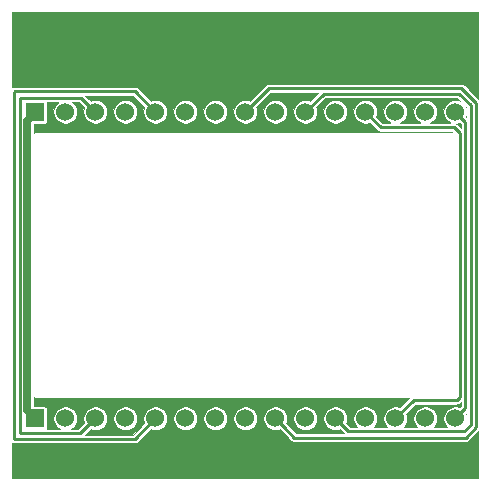
<source format=gbr>
%TF.GenerationSoftware,KiCad,Pcbnew,5.1.6*%
%TF.CreationDate,2020-09-08T10:01:19-04:00*%
%TF.ProjectId,placeholder,706c6163-6568-46f6-9c64-65722e6b6963,rev?*%
%TF.SameCoordinates,Original*%
%TF.FileFunction,Copper,L1,Top*%
%TF.FilePolarity,Positive*%
%FSLAX46Y46*%
G04 Gerber Fmt 4.6, Leading zero omitted, Abs format (unit mm)*
G04 Created by KiCad (PCBNEW 5.1.6) date 2020-09-08 10:01:19*
%MOMM*%
%LPD*%
G01*
G04 APERTURE LIST*
%TA.AperFunction,ComponentPad*%
%ADD10C,1.524000*%
%TD*%
%TA.AperFunction,ComponentPad*%
%ADD11R,1.524000X1.524000*%
%TD*%
%TA.AperFunction,Conductor*%
%ADD12C,0.254000*%
%TD*%
%TA.AperFunction,Conductor*%
%ADD13C,0.635000*%
%TD*%
%TA.AperFunction,NonConductor*%
%ADD14C,0.100000*%
%TD*%
G04 APERTURE END LIST*
D10*
%TO.P,J2,15*%
%TO.N,/EXT_INTO*%
X87780000Y-58750000D03*
%TO.P,J2,14*%
%TO.N,N/C*%
X85240000Y-58750000D03*
%TO.P,J2,13*%
%TO.N,/CS7*%
X82700000Y-58750000D03*
%TO.P,J2,12*%
%TO.N,/CS6*%
X80160000Y-58750000D03*
%TO.P,J2,11*%
%TO.N,/CS5*%
X77620000Y-58750000D03*
%TO.P,J2,10*%
%TO.N,/CS4*%
X75080000Y-58750000D03*
%TO.P,J2,9*%
%TO.N,/CS3*%
X72540000Y-58750000D03*
%TO.P,J2,8*%
%TO.N,/CS2*%
X70000000Y-58750000D03*
%TO.P,J2,7*%
%TO.N,/CS1*%
X67460000Y-58750000D03*
%TO.P,J2,6*%
%TO.N,/CIPO*%
X64920000Y-58750000D03*
%TO.P,J2,5*%
%TO.N,/COPI*%
X62380000Y-58750000D03*
%TO.P,J2,4*%
%TO.N,/SCK*%
X59840000Y-58750000D03*
%TO.P,J2,3*%
%TO.N,/RESET*%
X57300000Y-58750000D03*
%TO.P,J2,2*%
%TO.N,GND*%
X54760000Y-58750000D03*
D11*
%TO.P,J2,1*%
%TO.N,+5V*%
X52220000Y-58750000D03*
%TD*%
D10*
%TO.P,J1,15*%
%TO.N,/EXT_INTO*%
X87780000Y-84700000D03*
%TO.P,J1,14*%
%TO.N,/CS7*%
X85240000Y-84700000D03*
%TO.P,J1,13*%
%TO.N,/CS6*%
X82700000Y-84700000D03*
%TO.P,J1,12*%
%TO.N,/CS5*%
X80160000Y-84700000D03*
%TO.P,J1,11*%
%TO.N,/CS4*%
X77620000Y-84700000D03*
%TO.P,J1,10*%
%TO.N,/CS3*%
X75080000Y-84700000D03*
%TO.P,J1,9*%
%TO.N,/CS2*%
X72540000Y-84700000D03*
%TO.P,J1,8*%
%TO.N,/CS1*%
X70000000Y-84700000D03*
%TO.P,J1,7*%
%TO.N,N/C*%
X67460000Y-84700000D03*
%TO.P,J1,6*%
%TO.N,/CIPO*%
X64920000Y-84700000D03*
%TO.P,J1,5*%
%TO.N,/COPI*%
X62380000Y-84700000D03*
%TO.P,J1,4*%
%TO.N,/SCK*%
X59840000Y-84700000D03*
%TO.P,J1,3*%
%TO.N,/RESET*%
X57300000Y-84700000D03*
%TO.P,J1,2*%
%TO.N,GND*%
X54760000Y-84700000D03*
D11*
%TO.P,J1,1*%
%TO.N,+5V*%
X52220000Y-84700000D03*
%TD*%
D12*
%TO.N,/EXT_INTO*%
X88639968Y-83840032D02*
X87780000Y-84700000D01*
X88639968Y-59609968D02*
X88639968Y-83840032D01*
X87780000Y-58750000D02*
X88639968Y-59609968D01*
%TO.N,/CS6*%
X87639238Y-60050000D02*
X81460000Y-60050000D01*
X88152010Y-60562772D02*
X87639238Y-60050000D01*
X88152010Y-82887228D02*
X88152010Y-60562772D01*
X87887228Y-83152010D02*
X88152010Y-82887228D01*
X84247990Y-83152010D02*
X87887228Y-83152010D01*
X81460000Y-60050000D02*
X80160000Y-58750000D01*
X82700000Y-84700000D02*
X84247990Y-83152010D01*
%TO.N,/CS4*%
X78710000Y-85790000D02*
X77620000Y-84700000D01*
X88540000Y-85790000D02*
X78710000Y-85790000D01*
X89093979Y-85236021D02*
X88540000Y-85790000D01*
X89093979Y-58186047D02*
X89093979Y-85236021D01*
X88111943Y-57204011D02*
X89093979Y-58186047D01*
X76625989Y-57204011D02*
X88111943Y-57204011D01*
X75080000Y-58750000D02*
X76625989Y-57204011D01*
%TO.N,/CS2*%
X89547990Y-85432010D02*
X88660000Y-86320000D01*
X74160000Y-86320000D02*
X73301999Y-85461999D01*
X73301999Y-85461999D02*
X72540000Y-84700000D01*
X88660000Y-86320000D02*
X74160000Y-86320000D01*
X89547990Y-57997990D02*
X89547990Y-85432010D01*
X72000000Y-56750000D02*
X88300001Y-56750001D01*
X70000000Y-58750000D02*
X72000000Y-56750000D01*
X88300001Y-56750001D02*
X89547990Y-57997990D01*
%TO.N,/COPI*%
X50452011Y-86450000D02*
X60630000Y-86450000D01*
X60630000Y-86450000D02*
X62380000Y-84700000D01*
X50452011Y-57027989D02*
X50452011Y-86450000D01*
X50480000Y-57000000D02*
X50452011Y-57027989D01*
X60630000Y-57000000D02*
X50480000Y-57000000D01*
X62380000Y-58750000D02*
X60630000Y-57000000D01*
%TO.N,/RESET*%
X56020000Y-85980000D02*
X57300000Y-84700000D01*
X50922068Y-85980000D02*
X56020000Y-85980000D01*
X50906022Y-85963954D02*
X50922068Y-85980000D01*
X50906022Y-57586022D02*
X50906022Y-85963954D01*
X50932044Y-57560000D02*
X50906022Y-57586022D01*
X56110000Y-57560000D02*
X50932044Y-57560000D01*
X57300000Y-58750000D02*
X56110000Y-57560000D01*
D13*
%TO.N,+5V*%
X51550532Y-84030532D02*
X52220000Y-84700000D01*
X51550532Y-59549468D02*
X51550532Y-84030532D01*
X52220000Y-58880000D02*
X51550532Y-59549468D01*
X52220000Y-58750000D02*
X52220000Y-58880000D01*
%TD*%
D14*
G36*
X52146479Y-82929760D02*
G01*
X52194253Y-82955296D01*
X52246091Y-82971020D01*
X52300000Y-82976330D01*
X52313502Y-82975000D01*
X83891842Y-82975000D01*
X83097552Y-83769290D01*
X82995190Y-83726890D01*
X82799673Y-83688000D01*
X82600327Y-83688000D01*
X82404810Y-83726890D01*
X82220638Y-83803177D01*
X82054887Y-83913928D01*
X81913928Y-84054887D01*
X81803177Y-84220638D01*
X81726890Y-84404810D01*
X81688000Y-84600327D01*
X81688000Y-84799673D01*
X81726890Y-84995190D01*
X81803177Y-85179362D01*
X81913928Y-85345113D01*
X81981815Y-85413000D01*
X80878185Y-85413000D01*
X80946072Y-85345113D01*
X81056823Y-85179362D01*
X81133110Y-84995190D01*
X81172000Y-84799673D01*
X81172000Y-84600327D01*
X81133110Y-84404810D01*
X81056823Y-84220638D01*
X80946072Y-84054887D01*
X80805113Y-83913928D01*
X80639362Y-83803177D01*
X80455190Y-83726890D01*
X80259673Y-83688000D01*
X80060327Y-83688000D01*
X79864810Y-83726890D01*
X79680638Y-83803177D01*
X79514887Y-83913928D01*
X79373928Y-84054887D01*
X79263177Y-84220638D01*
X79186890Y-84404810D01*
X79148000Y-84600327D01*
X79148000Y-84799673D01*
X79186890Y-84995190D01*
X79263177Y-85179362D01*
X79373928Y-85345113D01*
X79441815Y-85413000D01*
X78866159Y-85413000D01*
X78550710Y-85097552D01*
X78593110Y-84995190D01*
X78632000Y-84799673D01*
X78632000Y-84600327D01*
X78593110Y-84404810D01*
X78516823Y-84220638D01*
X78406072Y-84054887D01*
X78265113Y-83913928D01*
X78099362Y-83803177D01*
X77915190Y-83726890D01*
X77719673Y-83688000D01*
X77520327Y-83688000D01*
X77324810Y-83726890D01*
X77140638Y-83803177D01*
X76974887Y-83913928D01*
X76833928Y-84054887D01*
X76723177Y-84220638D01*
X76646890Y-84404810D01*
X76608000Y-84600327D01*
X76608000Y-84799673D01*
X76646890Y-84995190D01*
X76723177Y-85179362D01*
X76833928Y-85345113D01*
X76974887Y-85486072D01*
X77140638Y-85596823D01*
X77324810Y-85673110D01*
X77520327Y-85712000D01*
X77719673Y-85712000D01*
X77915190Y-85673110D01*
X78017552Y-85630710D01*
X78329841Y-85943000D01*
X74316159Y-85943000D01*
X73555483Y-85182325D01*
X73470710Y-85097552D01*
X73513110Y-84995190D01*
X73552000Y-84799673D01*
X73552000Y-84600327D01*
X74068000Y-84600327D01*
X74068000Y-84799673D01*
X74106890Y-84995190D01*
X74183177Y-85179362D01*
X74293928Y-85345113D01*
X74434887Y-85486072D01*
X74600638Y-85596823D01*
X74784810Y-85673110D01*
X74980327Y-85712000D01*
X75179673Y-85712000D01*
X75375190Y-85673110D01*
X75559362Y-85596823D01*
X75725113Y-85486072D01*
X75866072Y-85345113D01*
X75976823Y-85179362D01*
X76053110Y-84995190D01*
X76092000Y-84799673D01*
X76092000Y-84600327D01*
X76053110Y-84404810D01*
X75976823Y-84220638D01*
X75866072Y-84054887D01*
X75725113Y-83913928D01*
X75559362Y-83803177D01*
X75375190Y-83726890D01*
X75179673Y-83688000D01*
X74980327Y-83688000D01*
X74784810Y-83726890D01*
X74600638Y-83803177D01*
X74434887Y-83913928D01*
X74293928Y-84054887D01*
X74183177Y-84220638D01*
X74106890Y-84404810D01*
X74068000Y-84600327D01*
X73552000Y-84600327D01*
X73513110Y-84404810D01*
X73436823Y-84220638D01*
X73326072Y-84054887D01*
X73185113Y-83913928D01*
X73019362Y-83803177D01*
X72835190Y-83726890D01*
X72639673Y-83688000D01*
X72440327Y-83688000D01*
X72244810Y-83726890D01*
X72060638Y-83803177D01*
X71894887Y-83913928D01*
X71753928Y-84054887D01*
X71643177Y-84220638D01*
X71566890Y-84404810D01*
X71528000Y-84600327D01*
X71528000Y-84799673D01*
X71566890Y-84995190D01*
X71643177Y-85179362D01*
X71753928Y-85345113D01*
X71894887Y-85486072D01*
X72060638Y-85596823D01*
X72244810Y-85673110D01*
X72440327Y-85712000D01*
X72639673Y-85712000D01*
X72835190Y-85673110D01*
X72937552Y-85630710D01*
X73022325Y-85715483D01*
X73880328Y-86573487D01*
X73892131Y-86587869D01*
X73949537Y-86634981D01*
X73997210Y-86660463D01*
X74015030Y-86669988D01*
X74086094Y-86691545D01*
X74160000Y-86698824D01*
X74178519Y-86697000D01*
X88641488Y-86697000D01*
X88660000Y-86698823D01*
X88678512Y-86697000D01*
X88678519Y-86697000D01*
X88733905Y-86691545D01*
X88804970Y-86669988D01*
X88870463Y-86634981D01*
X88927869Y-86587869D01*
X88939677Y-86573481D01*
X89725001Y-85788157D01*
X89725001Y-89725000D01*
X50275000Y-89725000D01*
X50275000Y-86782862D01*
X50307041Y-86799988D01*
X50378106Y-86821545D01*
X50433492Y-86827000D01*
X50452011Y-86828824D01*
X50470530Y-86827000D01*
X60611488Y-86827000D01*
X60630000Y-86828823D01*
X60648512Y-86827000D01*
X60648519Y-86827000D01*
X60703905Y-86821545D01*
X60774970Y-86799988D01*
X60840463Y-86764981D01*
X60897869Y-86717869D01*
X60909677Y-86703481D01*
X61982448Y-85630710D01*
X62084810Y-85673110D01*
X62280327Y-85712000D01*
X62479673Y-85712000D01*
X62675190Y-85673110D01*
X62859362Y-85596823D01*
X63025113Y-85486072D01*
X63166072Y-85345113D01*
X63276823Y-85179362D01*
X63353110Y-84995190D01*
X63392000Y-84799673D01*
X63392000Y-84600327D01*
X63908000Y-84600327D01*
X63908000Y-84799673D01*
X63946890Y-84995190D01*
X64023177Y-85179362D01*
X64133928Y-85345113D01*
X64274887Y-85486072D01*
X64440638Y-85596823D01*
X64624810Y-85673110D01*
X64820327Y-85712000D01*
X65019673Y-85712000D01*
X65215190Y-85673110D01*
X65399362Y-85596823D01*
X65565113Y-85486072D01*
X65706072Y-85345113D01*
X65816823Y-85179362D01*
X65893110Y-84995190D01*
X65932000Y-84799673D01*
X65932000Y-84600327D01*
X66448000Y-84600327D01*
X66448000Y-84799673D01*
X66486890Y-84995190D01*
X66563177Y-85179362D01*
X66673928Y-85345113D01*
X66814887Y-85486072D01*
X66980638Y-85596823D01*
X67164810Y-85673110D01*
X67360327Y-85712000D01*
X67559673Y-85712000D01*
X67755190Y-85673110D01*
X67939362Y-85596823D01*
X68105113Y-85486072D01*
X68246072Y-85345113D01*
X68356823Y-85179362D01*
X68433110Y-84995190D01*
X68472000Y-84799673D01*
X68472000Y-84600327D01*
X68988000Y-84600327D01*
X68988000Y-84799673D01*
X69026890Y-84995190D01*
X69103177Y-85179362D01*
X69213928Y-85345113D01*
X69354887Y-85486072D01*
X69520638Y-85596823D01*
X69704810Y-85673110D01*
X69900327Y-85712000D01*
X70099673Y-85712000D01*
X70295190Y-85673110D01*
X70479362Y-85596823D01*
X70645113Y-85486072D01*
X70786072Y-85345113D01*
X70896823Y-85179362D01*
X70973110Y-84995190D01*
X71012000Y-84799673D01*
X71012000Y-84600327D01*
X70973110Y-84404810D01*
X70896823Y-84220638D01*
X70786072Y-84054887D01*
X70645113Y-83913928D01*
X70479362Y-83803177D01*
X70295190Y-83726890D01*
X70099673Y-83688000D01*
X69900327Y-83688000D01*
X69704810Y-83726890D01*
X69520638Y-83803177D01*
X69354887Y-83913928D01*
X69213928Y-84054887D01*
X69103177Y-84220638D01*
X69026890Y-84404810D01*
X68988000Y-84600327D01*
X68472000Y-84600327D01*
X68433110Y-84404810D01*
X68356823Y-84220638D01*
X68246072Y-84054887D01*
X68105113Y-83913928D01*
X67939362Y-83803177D01*
X67755190Y-83726890D01*
X67559673Y-83688000D01*
X67360327Y-83688000D01*
X67164810Y-83726890D01*
X66980638Y-83803177D01*
X66814887Y-83913928D01*
X66673928Y-84054887D01*
X66563177Y-84220638D01*
X66486890Y-84404810D01*
X66448000Y-84600327D01*
X65932000Y-84600327D01*
X65893110Y-84404810D01*
X65816823Y-84220638D01*
X65706072Y-84054887D01*
X65565113Y-83913928D01*
X65399362Y-83803177D01*
X65215190Y-83726890D01*
X65019673Y-83688000D01*
X64820327Y-83688000D01*
X64624810Y-83726890D01*
X64440638Y-83803177D01*
X64274887Y-83913928D01*
X64133928Y-84054887D01*
X64023177Y-84220638D01*
X63946890Y-84404810D01*
X63908000Y-84600327D01*
X63392000Y-84600327D01*
X63353110Y-84404810D01*
X63276823Y-84220638D01*
X63166072Y-84054887D01*
X63025113Y-83913928D01*
X62859362Y-83803177D01*
X62675190Y-83726890D01*
X62479673Y-83688000D01*
X62280327Y-83688000D01*
X62084810Y-83726890D01*
X61900638Y-83803177D01*
X61734887Y-83913928D01*
X61593928Y-84054887D01*
X61483177Y-84220638D01*
X61406890Y-84404810D01*
X61368000Y-84600327D01*
X61368000Y-84799673D01*
X61406890Y-84995190D01*
X61449290Y-85097552D01*
X60473842Y-86073000D01*
X56460158Y-86073000D01*
X56902448Y-85630710D01*
X57004810Y-85673110D01*
X57200327Y-85712000D01*
X57399673Y-85712000D01*
X57595190Y-85673110D01*
X57779362Y-85596823D01*
X57945113Y-85486072D01*
X58086072Y-85345113D01*
X58196823Y-85179362D01*
X58273110Y-84995190D01*
X58312000Y-84799673D01*
X58312000Y-84600327D01*
X58828000Y-84600327D01*
X58828000Y-84799673D01*
X58866890Y-84995190D01*
X58943177Y-85179362D01*
X59053928Y-85345113D01*
X59194887Y-85486072D01*
X59360638Y-85596823D01*
X59544810Y-85673110D01*
X59740327Y-85712000D01*
X59939673Y-85712000D01*
X60135190Y-85673110D01*
X60319362Y-85596823D01*
X60485113Y-85486072D01*
X60626072Y-85345113D01*
X60736823Y-85179362D01*
X60813110Y-84995190D01*
X60852000Y-84799673D01*
X60852000Y-84600327D01*
X60813110Y-84404810D01*
X60736823Y-84220638D01*
X60626072Y-84054887D01*
X60485113Y-83913928D01*
X60319362Y-83803177D01*
X60135190Y-83726890D01*
X59939673Y-83688000D01*
X59740327Y-83688000D01*
X59544810Y-83726890D01*
X59360638Y-83803177D01*
X59194887Y-83913928D01*
X59053928Y-84054887D01*
X58943177Y-84220638D01*
X58866890Y-84404810D01*
X58828000Y-84600327D01*
X58312000Y-84600327D01*
X58273110Y-84404810D01*
X58196823Y-84220638D01*
X58086072Y-84054887D01*
X57945113Y-83913928D01*
X57779362Y-83803177D01*
X57595190Y-83726890D01*
X57399673Y-83688000D01*
X57200327Y-83688000D01*
X57004810Y-83726890D01*
X56820638Y-83803177D01*
X56654887Y-83913928D01*
X56513928Y-84054887D01*
X56403177Y-84220638D01*
X56326890Y-84404810D01*
X56288000Y-84600327D01*
X56288000Y-84799673D01*
X56326890Y-84995190D01*
X56369290Y-85097552D01*
X55863842Y-85603000D01*
X55224449Y-85603000D01*
X55239362Y-85596823D01*
X55405113Y-85486072D01*
X55546072Y-85345113D01*
X55656823Y-85179362D01*
X55733110Y-84995190D01*
X55772000Y-84799673D01*
X55772000Y-84600327D01*
X55733110Y-84404810D01*
X55656823Y-84220638D01*
X55546072Y-84054887D01*
X55405113Y-83913928D01*
X55239362Y-83803177D01*
X55055190Y-83726890D01*
X54859673Y-83688000D01*
X54660327Y-83688000D01*
X54464810Y-83726890D01*
X54280638Y-83803177D01*
X54114887Y-83913928D01*
X53973928Y-84054887D01*
X53863177Y-84220638D01*
X53786890Y-84404810D01*
X53748000Y-84600327D01*
X53748000Y-84799673D01*
X53786890Y-84995190D01*
X53863177Y-85179362D01*
X53973928Y-85345113D01*
X54114887Y-85486072D01*
X54280638Y-85596823D01*
X54295551Y-85603000D01*
X53189695Y-85603000D01*
X53190873Y-85601564D01*
X53214087Y-85558134D01*
X53228382Y-85511008D01*
X53233209Y-85462000D01*
X53233209Y-83938000D01*
X53228382Y-83888992D01*
X53214087Y-83841866D01*
X53190873Y-83798436D01*
X53159632Y-83760368D01*
X53121564Y-83729127D01*
X53078134Y-83705913D01*
X53031008Y-83691618D01*
X52982000Y-83686791D01*
X52118032Y-83686791D01*
X52118032Y-82906414D01*
X52146479Y-82929760D01*
G37*
X52146479Y-82929760D02*
X52194253Y-82955296D01*
X52246091Y-82971020D01*
X52300000Y-82976330D01*
X52313502Y-82975000D01*
X83891842Y-82975000D01*
X83097552Y-83769290D01*
X82995190Y-83726890D01*
X82799673Y-83688000D01*
X82600327Y-83688000D01*
X82404810Y-83726890D01*
X82220638Y-83803177D01*
X82054887Y-83913928D01*
X81913928Y-84054887D01*
X81803177Y-84220638D01*
X81726890Y-84404810D01*
X81688000Y-84600327D01*
X81688000Y-84799673D01*
X81726890Y-84995190D01*
X81803177Y-85179362D01*
X81913928Y-85345113D01*
X81981815Y-85413000D01*
X80878185Y-85413000D01*
X80946072Y-85345113D01*
X81056823Y-85179362D01*
X81133110Y-84995190D01*
X81172000Y-84799673D01*
X81172000Y-84600327D01*
X81133110Y-84404810D01*
X81056823Y-84220638D01*
X80946072Y-84054887D01*
X80805113Y-83913928D01*
X80639362Y-83803177D01*
X80455190Y-83726890D01*
X80259673Y-83688000D01*
X80060327Y-83688000D01*
X79864810Y-83726890D01*
X79680638Y-83803177D01*
X79514887Y-83913928D01*
X79373928Y-84054887D01*
X79263177Y-84220638D01*
X79186890Y-84404810D01*
X79148000Y-84600327D01*
X79148000Y-84799673D01*
X79186890Y-84995190D01*
X79263177Y-85179362D01*
X79373928Y-85345113D01*
X79441815Y-85413000D01*
X78866159Y-85413000D01*
X78550710Y-85097552D01*
X78593110Y-84995190D01*
X78632000Y-84799673D01*
X78632000Y-84600327D01*
X78593110Y-84404810D01*
X78516823Y-84220638D01*
X78406072Y-84054887D01*
X78265113Y-83913928D01*
X78099362Y-83803177D01*
X77915190Y-83726890D01*
X77719673Y-83688000D01*
X77520327Y-83688000D01*
X77324810Y-83726890D01*
X77140638Y-83803177D01*
X76974887Y-83913928D01*
X76833928Y-84054887D01*
X76723177Y-84220638D01*
X76646890Y-84404810D01*
X76608000Y-84600327D01*
X76608000Y-84799673D01*
X76646890Y-84995190D01*
X76723177Y-85179362D01*
X76833928Y-85345113D01*
X76974887Y-85486072D01*
X77140638Y-85596823D01*
X77324810Y-85673110D01*
X77520327Y-85712000D01*
X77719673Y-85712000D01*
X77915190Y-85673110D01*
X78017552Y-85630710D01*
X78329841Y-85943000D01*
X74316159Y-85943000D01*
X73555483Y-85182325D01*
X73470710Y-85097552D01*
X73513110Y-84995190D01*
X73552000Y-84799673D01*
X73552000Y-84600327D01*
X74068000Y-84600327D01*
X74068000Y-84799673D01*
X74106890Y-84995190D01*
X74183177Y-85179362D01*
X74293928Y-85345113D01*
X74434887Y-85486072D01*
X74600638Y-85596823D01*
X74784810Y-85673110D01*
X74980327Y-85712000D01*
X75179673Y-85712000D01*
X75375190Y-85673110D01*
X75559362Y-85596823D01*
X75725113Y-85486072D01*
X75866072Y-85345113D01*
X75976823Y-85179362D01*
X76053110Y-84995190D01*
X76092000Y-84799673D01*
X76092000Y-84600327D01*
X76053110Y-84404810D01*
X75976823Y-84220638D01*
X75866072Y-84054887D01*
X75725113Y-83913928D01*
X75559362Y-83803177D01*
X75375190Y-83726890D01*
X75179673Y-83688000D01*
X74980327Y-83688000D01*
X74784810Y-83726890D01*
X74600638Y-83803177D01*
X74434887Y-83913928D01*
X74293928Y-84054887D01*
X74183177Y-84220638D01*
X74106890Y-84404810D01*
X74068000Y-84600327D01*
X73552000Y-84600327D01*
X73513110Y-84404810D01*
X73436823Y-84220638D01*
X73326072Y-84054887D01*
X73185113Y-83913928D01*
X73019362Y-83803177D01*
X72835190Y-83726890D01*
X72639673Y-83688000D01*
X72440327Y-83688000D01*
X72244810Y-83726890D01*
X72060638Y-83803177D01*
X71894887Y-83913928D01*
X71753928Y-84054887D01*
X71643177Y-84220638D01*
X71566890Y-84404810D01*
X71528000Y-84600327D01*
X71528000Y-84799673D01*
X71566890Y-84995190D01*
X71643177Y-85179362D01*
X71753928Y-85345113D01*
X71894887Y-85486072D01*
X72060638Y-85596823D01*
X72244810Y-85673110D01*
X72440327Y-85712000D01*
X72639673Y-85712000D01*
X72835190Y-85673110D01*
X72937552Y-85630710D01*
X73022325Y-85715483D01*
X73880328Y-86573487D01*
X73892131Y-86587869D01*
X73949537Y-86634981D01*
X73997210Y-86660463D01*
X74015030Y-86669988D01*
X74086094Y-86691545D01*
X74160000Y-86698824D01*
X74178519Y-86697000D01*
X88641488Y-86697000D01*
X88660000Y-86698823D01*
X88678512Y-86697000D01*
X88678519Y-86697000D01*
X88733905Y-86691545D01*
X88804970Y-86669988D01*
X88870463Y-86634981D01*
X88927869Y-86587869D01*
X88939677Y-86573481D01*
X89725001Y-85788157D01*
X89725001Y-89725000D01*
X50275000Y-89725000D01*
X50275000Y-86782862D01*
X50307041Y-86799988D01*
X50378106Y-86821545D01*
X50433492Y-86827000D01*
X50452011Y-86828824D01*
X50470530Y-86827000D01*
X60611488Y-86827000D01*
X60630000Y-86828823D01*
X60648512Y-86827000D01*
X60648519Y-86827000D01*
X60703905Y-86821545D01*
X60774970Y-86799988D01*
X60840463Y-86764981D01*
X60897869Y-86717869D01*
X60909677Y-86703481D01*
X61982448Y-85630710D01*
X62084810Y-85673110D01*
X62280327Y-85712000D01*
X62479673Y-85712000D01*
X62675190Y-85673110D01*
X62859362Y-85596823D01*
X63025113Y-85486072D01*
X63166072Y-85345113D01*
X63276823Y-85179362D01*
X63353110Y-84995190D01*
X63392000Y-84799673D01*
X63392000Y-84600327D01*
X63908000Y-84600327D01*
X63908000Y-84799673D01*
X63946890Y-84995190D01*
X64023177Y-85179362D01*
X64133928Y-85345113D01*
X64274887Y-85486072D01*
X64440638Y-85596823D01*
X64624810Y-85673110D01*
X64820327Y-85712000D01*
X65019673Y-85712000D01*
X65215190Y-85673110D01*
X65399362Y-85596823D01*
X65565113Y-85486072D01*
X65706072Y-85345113D01*
X65816823Y-85179362D01*
X65893110Y-84995190D01*
X65932000Y-84799673D01*
X65932000Y-84600327D01*
X66448000Y-84600327D01*
X66448000Y-84799673D01*
X66486890Y-84995190D01*
X66563177Y-85179362D01*
X66673928Y-85345113D01*
X66814887Y-85486072D01*
X66980638Y-85596823D01*
X67164810Y-85673110D01*
X67360327Y-85712000D01*
X67559673Y-85712000D01*
X67755190Y-85673110D01*
X67939362Y-85596823D01*
X68105113Y-85486072D01*
X68246072Y-85345113D01*
X68356823Y-85179362D01*
X68433110Y-84995190D01*
X68472000Y-84799673D01*
X68472000Y-84600327D01*
X68988000Y-84600327D01*
X68988000Y-84799673D01*
X69026890Y-84995190D01*
X69103177Y-85179362D01*
X69213928Y-85345113D01*
X69354887Y-85486072D01*
X69520638Y-85596823D01*
X69704810Y-85673110D01*
X69900327Y-85712000D01*
X70099673Y-85712000D01*
X70295190Y-85673110D01*
X70479362Y-85596823D01*
X70645113Y-85486072D01*
X70786072Y-85345113D01*
X70896823Y-85179362D01*
X70973110Y-84995190D01*
X71012000Y-84799673D01*
X71012000Y-84600327D01*
X70973110Y-84404810D01*
X70896823Y-84220638D01*
X70786072Y-84054887D01*
X70645113Y-83913928D01*
X70479362Y-83803177D01*
X70295190Y-83726890D01*
X70099673Y-83688000D01*
X69900327Y-83688000D01*
X69704810Y-83726890D01*
X69520638Y-83803177D01*
X69354887Y-83913928D01*
X69213928Y-84054887D01*
X69103177Y-84220638D01*
X69026890Y-84404810D01*
X68988000Y-84600327D01*
X68472000Y-84600327D01*
X68433110Y-84404810D01*
X68356823Y-84220638D01*
X68246072Y-84054887D01*
X68105113Y-83913928D01*
X67939362Y-83803177D01*
X67755190Y-83726890D01*
X67559673Y-83688000D01*
X67360327Y-83688000D01*
X67164810Y-83726890D01*
X66980638Y-83803177D01*
X66814887Y-83913928D01*
X66673928Y-84054887D01*
X66563177Y-84220638D01*
X66486890Y-84404810D01*
X66448000Y-84600327D01*
X65932000Y-84600327D01*
X65893110Y-84404810D01*
X65816823Y-84220638D01*
X65706072Y-84054887D01*
X65565113Y-83913928D01*
X65399362Y-83803177D01*
X65215190Y-83726890D01*
X65019673Y-83688000D01*
X64820327Y-83688000D01*
X64624810Y-83726890D01*
X64440638Y-83803177D01*
X64274887Y-83913928D01*
X64133928Y-84054887D01*
X64023177Y-84220638D01*
X63946890Y-84404810D01*
X63908000Y-84600327D01*
X63392000Y-84600327D01*
X63353110Y-84404810D01*
X63276823Y-84220638D01*
X63166072Y-84054887D01*
X63025113Y-83913928D01*
X62859362Y-83803177D01*
X62675190Y-83726890D01*
X62479673Y-83688000D01*
X62280327Y-83688000D01*
X62084810Y-83726890D01*
X61900638Y-83803177D01*
X61734887Y-83913928D01*
X61593928Y-84054887D01*
X61483177Y-84220638D01*
X61406890Y-84404810D01*
X61368000Y-84600327D01*
X61368000Y-84799673D01*
X61406890Y-84995190D01*
X61449290Y-85097552D01*
X60473842Y-86073000D01*
X56460158Y-86073000D01*
X56902448Y-85630710D01*
X57004810Y-85673110D01*
X57200327Y-85712000D01*
X57399673Y-85712000D01*
X57595190Y-85673110D01*
X57779362Y-85596823D01*
X57945113Y-85486072D01*
X58086072Y-85345113D01*
X58196823Y-85179362D01*
X58273110Y-84995190D01*
X58312000Y-84799673D01*
X58312000Y-84600327D01*
X58828000Y-84600327D01*
X58828000Y-84799673D01*
X58866890Y-84995190D01*
X58943177Y-85179362D01*
X59053928Y-85345113D01*
X59194887Y-85486072D01*
X59360638Y-85596823D01*
X59544810Y-85673110D01*
X59740327Y-85712000D01*
X59939673Y-85712000D01*
X60135190Y-85673110D01*
X60319362Y-85596823D01*
X60485113Y-85486072D01*
X60626072Y-85345113D01*
X60736823Y-85179362D01*
X60813110Y-84995190D01*
X60852000Y-84799673D01*
X60852000Y-84600327D01*
X60813110Y-84404810D01*
X60736823Y-84220638D01*
X60626072Y-84054887D01*
X60485113Y-83913928D01*
X60319362Y-83803177D01*
X60135190Y-83726890D01*
X59939673Y-83688000D01*
X59740327Y-83688000D01*
X59544810Y-83726890D01*
X59360638Y-83803177D01*
X59194887Y-83913928D01*
X59053928Y-84054887D01*
X58943177Y-84220638D01*
X58866890Y-84404810D01*
X58828000Y-84600327D01*
X58312000Y-84600327D01*
X58273110Y-84404810D01*
X58196823Y-84220638D01*
X58086072Y-84054887D01*
X57945113Y-83913928D01*
X57779362Y-83803177D01*
X57595190Y-83726890D01*
X57399673Y-83688000D01*
X57200327Y-83688000D01*
X57004810Y-83726890D01*
X56820638Y-83803177D01*
X56654887Y-83913928D01*
X56513928Y-84054887D01*
X56403177Y-84220638D01*
X56326890Y-84404810D01*
X56288000Y-84600327D01*
X56288000Y-84799673D01*
X56326890Y-84995190D01*
X56369290Y-85097552D01*
X55863842Y-85603000D01*
X55224449Y-85603000D01*
X55239362Y-85596823D01*
X55405113Y-85486072D01*
X55546072Y-85345113D01*
X55656823Y-85179362D01*
X55733110Y-84995190D01*
X55772000Y-84799673D01*
X55772000Y-84600327D01*
X55733110Y-84404810D01*
X55656823Y-84220638D01*
X55546072Y-84054887D01*
X55405113Y-83913928D01*
X55239362Y-83803177D01*
X55055190Y-83726890D01*
X54859673Y-83688000D01*
X54660327Y-83688000D01*
X54464810Y-83726890D01*
X54280638Y-83803177D01*
X54114887Y-83913928D01*
X53973928Y-84054887D01*
X53863177Y-84220638D01*
X53786890Y-84404810D01*
X53748000Y-84600327D01*
X53748000Y-84799673D01*
X53786890Y-84995190D01*
X53863177Y-85179362D01*
X53973928Y-85345113D01*
X54114887Y-85486072D01*
X54280638Y-85596823D01*
X54295551Y-85603000D01*
X53189695Y-85603000D01*
X53190873Y-85601564D01*
X53214087Y-85558134D01*
X53228382Y-85511008D01*
X53233209Y-85462000D01*
X53233209Y-83938000D01*
X53228382Y-83888992D01*
X53214087Y-83841866D01*
X53190873Y-83798436D01*
X53159632Y-83760368D01*
X53121564Y-83729127D01*
X53078134Y-83705913D01*
X53031008Y-83691618D01*
X52982000Y-83686791D01*
X52118032Y-83686791D01*
X52118032Y-82906414D01*
X52146479Y-82929760D01*
G36*
X88262969Y-83683873D02*
G01*
X88177552Y-83769290D01*
X88075190Y-83726890D01*
X87879673Y-83688000D01*
X87680327Y-83688000D01*
X87484810Y-83726890D01*
X87300638Y-83803177D01*
X87134887Y-83913928D01*
X86993928Y-84054887D01*
X86883177Y-84220638D01*
X86806890Y-84404810D01*
X86768000Y-84600327D01*
X86768000Y-84799673D01*
X86806890Y-84995190D01*
X86883177Y-85179362D01*
X86993928Y-85345113D01*
X87061815Y-85413000D01*
X85958185Y-85413000D01*
X86026072Y-85345113D01*
X86136823Y-85179362D01*
X86213110Y-84995190D01*
X86252000Y-84799673D01*
X86252000Y-84600327D01*
X86213110Y-84404810D01*
X86136823Y-84220638D01*
X86026072Y-84054887D01*
X85885113Y-83913928D01*
X85719362Y-83803177D01*
X85535190Y-83726890D01*
X85339673Y-83688000D01*
X85140327Y-83688000D01*
X84944810Y-83726890D01*
X84760638Y-83803177D01*
X84594887Y-83913928D01*
X84453928Y-84054887D01*
X84343177Y-84220638D01*
X84266890Y-84404810D01*
X84228000Y-84600327D01*
X84228000Y-84799673D01*
X84266890Y-84995190D01*
X84343177Y-85179362D01*
X84453928Y-85345113D01*
X84521815Y-85413000D01*
X83418185Y-85413000D01*
X83486072Y-85345113D01*
X83596823Y-85179362D01*
X83673110Y-84995190D01*
X83712000Y-84799673D01*
X83712000Y-84600327D01*
X83673110Y-84404810D01*
X83630710Y-84302448D01*
X84404148Y-83529010D01*
X87868716Y-83529010D01*
X87887228Y-83530833D01*
X87905740Y-83529010D01*
X87905747Y-83529010D01*
X87961133Y-83523555D01*
X88032198Y-83501998D01*
X88097691Y-83466991D01*
X88155097Y-83419879D01*
X88166905Y-83405491D01*
X88262969Y-83309427D01*
X88262969Y-83683873D01*
G37*
X88262969Y-83683873D02*
X88177552Y-83769290D01*
X88075190Y-83726890D01*
X87879673Y-83688000D01*
X87680327Y-83688000D01*
X87484810Y-83726890D01*
X87300638Y-83803177D01*
X87134887Y-83913928D01*
X86993928Y-84054887D01*
X86883177Y-84220638D01*
X86806890Y-84404810D01*
X86768000Y-84600327D01*
X86768000Y-84799673D01*
X86806890Y-84995190D01*
X86883177Y-85179362D01*
X86993928Y-85345113D01*
X87061815Y-85413000D01*
X85958185Y-85413000D01*
X86026072Y-85345113D01*
X86136823Y-85179362D01*
X86213110Y-84995190D01*
X86252000Y-84799673D01*
X86252000Y-84600327D01*
X86213110Y-84404810D01*
X86136823Y-84220638D01*
X86026072Y-84054887D01*
X85885113Y-83913928D01*
X85719362Y-83803177D01*
X85535190Y-83726890D01*
X85339673Y-83688000D01*
X85140327Y-83688000D01*
X84944810Y-83726890D01*
X84760638Y-83803177D01*
X84594887Y-83913928D01*
X84453928Y-84054887D01*
X84343177Y-84220638D01*
X84266890Y-84404810D01*
X84228000Y-84600327D01*
X84228000Y-84799673D01*
X84266890Y-84995190D01*
X84343177Y-85179362D01*
X84453928Y-85345113D01*
X84521815Y-85413000D01*
X83418185Y-85413000D01*
X83486072Y-85345113D01*
X83596823Y-85179362D01*
X83673110Y-84995190D01*
X83712000Y-84799673D01*
X83712000Y-84600327D01*
X83673110Y-84404810D01*
X83630710Y-84302448D01*
X84404148Y-83529010D01*
X87868716Y-83529010D01*
X87887228Y-83530833D01*
X87905740Y-83529010D01*
X87905747Y-83529010D01*
X87961133Y-83523555D01*
X88032198Y-83501998D01*
X88097691Y-83466991D01*
X88155097Y-83419879D01*
X88166905Y-83405491D01*
X88262969Y-83309427D01*
X88262969Y-83683873D01*
G36*
X88716980Y-84317585D02*
G01*
X88710710Y-84302448D01*
X88716980Y-84296178D01*
X88716980Y-84317585D01*
G37*
X88716980Y-84317585D02*
X88710710Y-84302448D01*
X88716980Y-84296178D01*
X88716980Y-84317585D01*
G36*
X89725000Y-57641841D02*
G01*
X88579673Y-56496515D01*
X88567870Y-56482133D01*
X88553488Y-56470330D01*
X88553485Y-56470327D01*
X88510464Y-56435021D01*
X88444970Y-56400013D01*
X88373906Y-56378456D01*
X88300001Y-56371178D01*
X88281479Y-56373002D01*
X72018509Y-56373000D01*
X71999999Y-56371177D01*
X71981490Y-56373000D01*
X71981482Y-56373000D01*
X71926096Y-56378455D01*
X71885973Y-56390626D01*
X71855030Y-56400012D01*
X71789536Y-56435020D01*
X71746515Y-56470326D01*
X71746509Y-56470332D01*
X71732132Y-56482131D01*
X71720333Y-56496508D01*
X70397552Y-57819290D01*
X70295190Y-57776890D01*
X70099673Y-57738000D01*
X69900327Y-57738000D01*
X69704810Y-57776890D01*
X69520638Y-57853177D01*
X69354887Y-57963928D01*
X69213928Y-58104887D01*
X69103177Y-58270638D01*
X69026890Y-58454810D01*
X68988000Y-58650327D01*
X68988000Y-58849673D01*
X69026890Y-59045190D01*
X69103177Y-59229362D01*
X69213928Y-59395113D01*
X69354887Y-59536072D01*
X69520638Y-59646823D01*
X69704810Y-59723110D01*
X69900327Y-59762000D01*
X70099673Y-59762000D01*
X70295190Y-59723110D01*
X70479362Y-59646823D01*
X70645113Y-59536072D01*
X70786072Y-59395113D01*
X70896823Y-59229362D01*
X70973110Y-59045190D01*
X71012000Y-58849673D01*
X71012000Y-58650327D01*
X71528000Y-58650327D01*
X71528000Y-58849673D01*
X71566890Y-59045190D01*
X71643177Y-59229362D01*
X71753928Y-59395113D01*
X71894887Y-59536072D01*
X72060638Y-59646823D01*
X72244810Y-59723110D01*
X72440327Y-59762000D01*
X72639673Y-59762000D01*
X72835190Y-59723110D01*
X73019362Y-59646823D01*
X73185113Y-59536072D01*
X73326072Y-59395113D01*
X73436823Y-59229362D01*
X73513110Y-59045190D01*
X73552000Y-58849673D01*
X73552000Y-58650327D01*
X73513110Y-58454810D01*
X73436823Y-58270638D01*
X73326072Y-58104887D01*
X73185113Y-57963928D01*
X73019362Y-57853177D01*
X72835190Y-57776890D01*
X72639673Y-57738000D01*
X72440327Y-57738000D01*
X72244810Y-57776890D01*
X72060638Y-57853177D01*
X71894887Y-57963928D01*
X71753928Y-58104887D01*
X71643177Y-58270638D01*
X71566890Y-58454810D01*
X71528000Y-58650327D01*
X71012000Y-58650327D01*
X70973110Y-58454810D01*
X70930710Y-58352448D01*
X72156160Y-57126999D01*
X76169842Y-57127000D01*
X75477552Y-57819290D01*
X75375190Y-57776890D01*
X75179673Y-57738000D01*
X74980327Y-57738000D01*
X74784810Y-57776890D01*
X74600638Y-57853177D01*
X74434887Y-57963928D01*
X74293928Y-58104887D01*
X74183177Y-58270638D01*
X74106890Y-58454810D01*
X74068000Y-58650327D01*
X74068000Y-58849673D01*
X74106890Y-59045190D01*
X74183177Y-59229362D01*
X74293928Y-59395113D01*
X74434887Y-59536072D01*
X74600638Y-59646823D01*
X74784810Y-59723110D01*
X74980327Y-59762000D01*
X75179673Y-59762000D01*
X75375190Y-59723110D01*
X75559362Y-59646823D01*
X75725113Y-59536072D01*
X75866072Y-59395113D01*
X75976823Y-59229362D01*
X76053110Y-59045190D01*
X76092000Y-58849673D01*
X76092000Y-58650327D01*
X76608000Y-58650327D01*
X76608000Y-58849673D01*
X76646890Y-59045190D01*
X76723177Y-59229362D01*
X76833928Y-59395113D01*
X76974887Y-59536072D01*
X77140638Y-59646823D01*
X77324810Y-59723110D01*
X77520327Y-59762000D01*
X77719673Y-59762000D01*
X77915190Y-59723110D01*
X78099362Y-59646823D01*
X78265113Y-59536072D01*
X78406072Y-59395113D01*
X78516823Y-59229362D01*
X78593110Y-59045190D01*
X78632000Y-58849673D01*
X78632000Y-58650327D01*
X78593110Y-58454810D01*
X78516823Y-58270638D01*
X78406072Y-58104887D01*
X78265113Y-57963928D01*
X78099362Y-57853177D01*
X77915190Y-57776890D01*
X77719673Y-57738000D01*
X77520327Y-57738000D01*
X77324810Y-57776890D01*
X77140638Y-57853177D01*
X76974887Y-57963928D01*
X76833928Y-58104887D01*
X76723177Y-58270638D01*
X76646890Y-58454810D01*
X76608000Y-58650327D01*
X76092000Y-58650327D01*
X76053110Y-58454810D01*
X76010710Y-58352448D01*
X76782148Y-57581011D01*
X87955785Y-57581011D01*
X88205739Y-57830966D01*
X88075190Y-57776890D01*
X87879673Y-57738000D01*
X87680327Y-57738000D01*
X87484810Y-57776890D01*
X87300638Y-57853177D01*
X87134887Y-57963928D01*
X86993928Y-58104887D01*
X86883177Y-58270638D01*
X86806890Y-58454810D01*
X86768000Y-58650327D01*
X86768000Y-58849673D01*
X86806890Y-59045190D01*
X86883177Y-59229362D01*
X86993928Y-59395113D01*
X87134887Y-59536072D01*
X87300638Y-59646823D01*
X87363834Y-59673000D01*
X85656166Y-59673000D01*
X85719362Y-59646823D01*
X85885113Y-59536072D01*
X86026072Y-59395113D01*
X86136823Y-59229362D01*
X86213110Y-59045190D01*
X86252000Y-58849673D01*
X86252000Y-58650327D01*
X86213110Y-58454810D01*
X86136823Y-58270638D01*
X86026072Y-58104887D01*
X85885113Y-57963928D01*
X85719362Y-57853177D01*
X85535190Y-57776890D01*
X85339673Y-57738000D01*
X85140327Y-57738000D01*
X84944810Y-57776890D01*
X84760638Y-57853177D01*
X84594887Y-57963928D01*
X84453928Y-58104887D01*
X84343177Y-58270638D01*
X84266890Y-58454810D01*
X84228000Y-58650327D01*
X84228000Y-58849673D01*
X84266890Y-59045190D01*
X84343177Y-59229362D01*
X84453928Y-59395113D01*
X84594887Y-59536072D01*
X84760638Y-59646823D01*
X84823834Y-59673000D01*
X83116166Y-59673000D01*
X83179362Y-59646823D01*
X83345113Y-59536072D01*
X83486072Y-59395113D01*
X83596823Y-59229362D01*
X83673110Y-59045190D01*
X83712000Y-58849673D01*
X83712000Y-58650327D01*
X83673110Y-58454810D01*
X83596823Y-58270638D01*
X83486072Y-58104887D01*
X83345113Y-57963928D01*
X83179362Y-57853177D01*
X82995190Y-57776890D01*
X82799673Y-57738000D01*
X82600327Y-57738000D01*
X82404810Y-57776890D01*
X82220638Y-57853177D01*
X82054887Y-57963928D01*
X81913928Y-58104887D01*
X81803177Y-58270638D01*
X81726890Y-58454810D01*
X81688000Y-58650327D01*
X81688000Y-58849673D01*
X81726890Y-59045190D01*
X81803177Y-59229362D01*
X81913928Y-59395113D01*
X82054887Y-59536072D01*
X82220638Y-59646823D01*
X82283834Y-59673000D01*
X81616159Y-59673000D01*
X81090710Y-59147552D01*
X81133110Y-59045190D01*
X81172000Y-58849673D01*
X81172000Y-58650327D01*
X81133110Y-58454810D01*
X81056823Y-58270638D01*
X80946072Y-58104887D01*
X80805113Y-57963928D01*
X80639362Y-57853177D01*
X80455190Y-57776890D01*
X80259673Y-57738000D01*
X80060327Y-57738000D01*
X79864810Y-57776890D01*
X79680638Y-57853177D01*
X79514887Y-57963928D01*
X79373928Y-58104887D01*
X79263177Y-58270638D01*
X79186890Y-58454810D01*
X79148000Y-58650327D01*
X79148000Y-58849673D01*
X79186890Y-59045190D01*
X79263177Y-59229362D01*
X79373928Y-59395113D01*
X79514887Y-59536072D01*
X79680638Y-59646823D01*
X79864810Y-59723110D01*
X80060327Y-59762000D01*
X80259673Y-59762000D01*
X80455190Y-59723110D01*
X80557552Y-59680710D01*
X81180328Y-60303487D01*
X81192131Y-60317869D01*
X81249537Y-60364981D01*
X81315030Y-60399988D01*
X81386094Y-60421545D01*
X81460000Y-60428824D01*
X81478519Y-60427000D01*
X87483080Y-60427000D01*
X87531080Y-60475000D01*
X52313503Y-60475000D01*
X52300000Y-60473670D01*
X52286498Y-60475000D01*
X52286497Y-60475000D01*
X52246091Y-60478980D01*
X52194253Y-60494704D01*
X52146479Y-60520240D01*
X52118032Y-60543586D01*
X52118032Y-59784534D01*
X52139357Y-59763209D01*
X52982000Y-59763209D01*
X53031008Y-59758382D01*
X53078134Y-59744087D01*
X53121564Y-59720873D01*
X53159632Y-59689632D01*
X53190873Y-59651564D01*
X53214087Y-59608134D01*
X53228382Y-59561008D01*
X53233209Y-59512000D01*
X53233209Y-57988000D01*
X53228382Y-57938992D01*
X53227778Y-57937000D01*
X54155188Y-57937000D01*
X54114887Y-57963928D01*
X53973928Y-58104887D01*
X53863177Y-58270638D01*
X53786890Y-58454810D01*
X53748000Y-58650327D01*
X53748000Y-58849673D01*
X53786890Y-59045190D01*
X53863177Y-59229362D01*
X53973928Y-59395113D01*
X54114887Y-59536072D01*
X54280638Y-59646823D01*
X54464810Y-59723110D01*
X54660327Y-59762000D01*
X54859673Y-59762000D01*
X55055190Y-59723110D01*
X55239362Y-59646823D01*
X55405113Y-59536072D01*
X55546072Y-59395113D01*
X55656823Y-59229362D01*
X55733110Y-59045190D01*
X55772000Y-58849673D01*
X55772000Y-58650327D01*
X55733110Y-58454810D01*
X55656823Y-58270638D01*
X55546072Y-58104887D01*
X55405113Y-57963928D01*
X55364812Y-57937000D01*
X55953842Y-57937000D01*
X56369290Y-58352448D01*
X56326890Y-58454810D01*
X56288000Y-58650327D01*
X56288000Y-58849673D01*
X56326890Y-59045190D01*
X56403177Y-59229362D01*
X56513928Y-59395113D01*
X56654887Y-59536072D01*
X56820638Y-59646823D01*
X57004810Y-59723110D01*
X57200327Y-59762000D01*
X57399673Y-59762000D01*
X57595190Y-59723110D01*
X57779362Y-59646823D01*
X57945113Y-59536072D01*
X58086072Y-59395113D01*
X58196823Y-59229362D01*
X58273110Y-59045190D01*
X58312000Y-58849673D01*
X58312000Y-58650327D01*
X58828000Y-58650327D01*
X58828000Y-58849673D01*
X58866890Y-59045190D01*
X58943177Y-59229362D01*
X59053928Y-59395113D01*
X59194887Y-59536072D01*
X59360638Y-59646823D01*
X59544810Y-59723110D01*
X59740327Y-59762000D01*
X59939673Y-59762000D01*
X60135190Y-59723110D01*
X60319362Y-59646823D01*
X60485113Y-59536072D01*
X60626072Y-59395113D01*
X60736823Y-59229362D01*
X60813110Y-59045190D01*
X60852000Y-58849673D01*
X60852000Y-58650327D01*
X60813110Y-58454810D01*
X60736823Y-58270638D01*
X60626072Y-58104887D01*
X60485113Y-57963928D01*
X60319362Y-57853177D01*
X60135190Y-57776890D01*
X59939673Y-57738000D01*
X59740327Y-57738000D01*
X59544810Y-57776890D01*
X59360638Y-57853177D01*
X59194887Y-57963928D01*
X59053928Y-58104887D01*
X58943177Y-58270638D01*
X58866890Y-58454810D01*
X58828000Y-58650327D01*
X58312000Y-58650327D01*
X58273110Y-58454810D01*
X58196823Y-58270638D01*
X58086072Y-58104887D01*
X57945113Y-57963928D01*
X57779362Y-57853177D01*
X57595190Y-57776890D01*
X57399673Y-57738000D01*
X57200327Y-57738000D01*
X57004810Y-57776890D01*
X56902448Y-57819290D01*
X56460158Y-57377000D01*
X60473842Y-57377000D01*
X61449290Y-58352448D01*
X61406890Y-58454810D01*
X61368000Y-58650327D01*
X61368000Y-58849673D01*
X61406890Y-59045190D01*
X61483177Y-59229362D01*
X61593928Y-59395113D01*
X61734887Y-59536072D01*
X61900638Y-59646823D01*
X62084810Y-59723110D01*
X62280327Y-59762000D01*
X62479673Y-59762000D01*
X62675190Y-59723110D01*
X62859362Y-59646823D01*
X63025113Y-59536072D01*
X63166072Y-59395113D01*
X63276823Y-59229362D01*
X63353110Y-59045190D01*
X63392000Y-58849673D01*
X63392000Y-58650327D01*
X63908000Y-58650327D01*
X63908000Y-58849673D01*
X63946890Y-59045190D01*
X64023177Y-59229362D01*
X64133928Y-59395113D01*
X64274887Y-59536072D01*
X64440638Y-59646823D01*
X64624810Y-59723110D01*
X64820327Y-59762000D01*
X65019673Y-59762000D01*
X65215190Y-59723110D01*
X65399362Y-59646823D01*
X65565113Y-59536072D01*
X65706072Y-59395113D01*
X65816823Y-59229362D01*
X65893110Y-59045190D01*
X65932000Y-58849673D01*
X65932000Y-58650327D01*
X66448000Y-58650327D01*
X66448000Y-58849673D01*
X66486890Y-59045190D01*
X66563177Y-59229362D01*
X66673928Y-59395113D01*
X66814887Y-59536072D01*
X66980638Y-59646823D01*
X67164810Y-59723110D01*
X67360327Y-59762000D01*
X67559673Y-59762000D01*
X67755190Y-59723110D01*
X67939362Y-59646823D01*
X68105113Y-59536072D01*
X68246072Y-59395113D01*
X68356823Y-59229362D01*
X68433110Y-59045190D01*
X68472000Y-58849673D01*
X68472000Y-58650327D01*
X68433110Y-58454810D01*
X68356823Y-58270638D01*
X68246072Y-58104887D01*
X68105113Y-57963928D01*
X67939362Y-57853177D01*
X67755190Y-57776890D01*
X67559673Y-57738000D01*
X67360327Y-57738000D01*
X67164810Y-57776890D01*
X66980638Y-57853177D01*
X66814887Y-57963928D01*
X66673928Y-58104887D01*
X66563177Y-58270638D01*
X66486890Y-58454810D01*
X66448000Y-58650327D01*
X65932000Y-58650327D01*
X65893110Y-58454810D01*
X65816823Y-58270638D01*
X65706072Y-58104887D01*
X65565113Y-57963928D01*
X65399362Y-57853177D01*
X65215190Y-57776890D01*
X65019673Y-57738000D01*
X64820327Y-57738000D01*
X64624810Y-57776890D01*
X64440638Y-57853177D01*
X64274887Y-57963928D01*
X64133928Y-58104887D01*
X64023177Y-58270638D01*
X63946890Y-58454810D01*
X63908000Y-58650327D01*
X63392000Y-58650327D01*
X63353110Y-58454810D01*
X63276823Y-58270638D01*
X63166072Y-58104887D01*
X63025113Y-57963928D01*
X62859362Y-57853177D01*
X62675190Y-57776890D01*
X62479673Y-57738000D01*
X62280327Y-57738000D01*
X62084810Y-57776890D01*
X61982448Y-57819290D01*
X60909677Y-56746519D01*
X60897869Y-56732131D01*
X60840463Y-56685019D01*
X60774970Y-56650012D01*
X60703905Y-56628455D01*
X60648519Y-56623000D01*
X60648512Y-56623000D01*
X60630000Y-56621177D01*
X60611488Y-56623000D01*
X50498508Y-56623000D01*
X50479999Y-56621177D01*
X50461490Y-56623000D01*
X50461481Y-56623000D01*
X50406095Y-56628455D01*
X50335030Y-56650012D01*
X50275000Y-56682099D01*
X50275000Y-50275000D01*
X89725000Y-50275000D01*
X89725000Y-57641841D01*
G37*
X89725000Y-57641841D02*
X88579673Y-56496515D01*
X88567870Y-56482133D01*
X88553488Y-56470330D01*
X88553485Y-56470327D01*
X88510464Y-56435021D01*
X88444970Y-56400013D01*
X88373906Y-56378456D01*
X88300001Y-56371178D01*
X88281479Y-56373002D01*
X72018509Y-56373000D01*
X71999999Y-56371177D01*
X71981490Y-56373000D01*
X71981482Y-56373000D01*
X71926096Y-56378455D01*
X71885973Y-56390626D01*
X71855030Y-56400012D01*
X71789536Y-56435020D01*
X71746515Y-56470326D01*
X71746509Y-56470332D01*
X71732132Y-56482131D01*
X71720333Y-56496508D01*
X70397552Y-57819290D01*
X70295190Y-57776890D01*
X70099673Y-57738000D01*
X69900327Y-57738000D01*
X69704810Y-57776890D01*
X69520638Y-57853177D01*
X69354887Y-57963928D01*
X69213928Y-58104887D01*
X69103177Y-58270638D01*
X69026890Y-58454810D01*
X68988000Y-58650327D01*
X68988000Y-58849673D01*
X69026890Y-59045190D01*
X69103177Y-59229362D01*
X69213928Y-59395113D01*
X69354887Y-59536072D01*
X69520638Y-59646823D01*
X69704810Y-59723110D01*
X69900327Y-59762000D01*
X70099673Y-59762000D01*
X70295190Y-59723110D01*
X70479362Y-59646823D01*
X70645113Y-59536072D01*
X70786072Y-59395113D01*
X70896823Y-59229362D01*
X70973110Y-59045190D01*
X71012000Y-58849673D01*
X71012000Y-58650327D01*
X71528000Y-58650327D01*
X71528000Y-58849673D01*
X71566890Y-59045190D01*
X71643177Y-59229362D01*
X71753928Y-59395113D01*
X71894887Y-59536072D01*
X72060638Y-59646823D01*
X72244810Y-59723110D01*
X72440327Y-59762000D01*
X72639673Y-59762000D01*
X72835190Y-59723110D01*
X73019362Y-59646823D01*
X73185113Y-59536072D01*
X73326072Y-59395113D01*
X73436823Y-59229362D01*
X73513110Y-59045190D01*
X73552000Y-58849673D01*
X73552000Y-58650327D01*
X73513110Y-58454810D01*
X73436823Y-58270638D01*
X73326072Y-58104887D01*
X73185113Y-57963928D01*
X73019362Y-57853177D01*
X72835190Y-57776890D01*
X72639673Y-57738000D01*
X72440327Y-57738000D01*
X72244810Y-57776890D01*
X72060638Y-57853177D01*
X71894887Y-57963928D01*
X71753928Y-58104887D01*
X71643177Y-58270638D01*
X71566890Y-58454810D01*
X71528000Y-58650327D01*
X71012000Y-58650327D01*
X70973110Y-58454810D01*
X70930710Y-58352448D01*
X72156160Y-57126999D01*
X76169842Y-57127000D01*
X75477552Y-57819290D01*
X75375190Y-57776890D01*
X75179673Y-57738000D01*
X74980327Y-57738000D01*
X74784810Y-57776890D01*
X74600638Y-57853177D01*
X74434887Y-57963928D01*
X74293928Y-58104887D01*
X74183177Y-58270638D01*
X74106890Y-58454810D01*
X74068000Y-58650327D01*
X74068000Y-58849673D01*
X74106890Y-59045190D01*
X74183177Y-59229362D01*
X74293928Y-59395113D01*
X74434887Y-59536072D01*
X74600638Y-59646823D01*
X74784810Y-59723110D01*
X74980327Y-59762000D01*
X75179673Y-59762000D01*
X75375190Y-59723110D01*
X75559362Y-59646823D01*
X75725113Y-59536072D01*
X75866072Y-59395113D01*
X75976823Y-59229362D01*
X76053110Y-59045190D01*
X76092000Y-58849673D01*
X76092000Y-58650327D01*
X76608000Y-58650327D01*
X76608000Y-58849673D01*
X76646890Y-59045190D01*
X76723177Y-59229362D01*
X76833928Y-59395113D01*
X76974887Y-59536072D01*
X77140638Y-59646823D01*
X77324810Y-59723110D01*
X77520327Y-59762000D01*
X77719673Y-59762000D01*
X77915190Y-59723110D01*
X78099362Y-59646823D01*
X78265113Y-59536072D01*
X78406072Y-59395113D01*
X78516823Y-59229362D01*
X78593110Y-59045190D01*
X78632000Y-58849673D01*
X78632000Y-58650327D01*
X78593110Y-58454810D01*
X78516823Y-58270638D01*
X78406072Y-58104887D01*
X78265113Y-57963928D01*
X78099362Y-57853177D01*
X77915190Y-57776890D01*
X77719673Y-57738000D01*
X77520327Y-57738000D01*
X77324810Y-57776890D01*
X77140638Y-57853177D01*
X76974887Y-57963928D01*
X76833928Y-58104887D01*
X76723177Y-58270638D01*
X76646890Y-58454810D01*
X76608000Y-58650327D01*
X76092000Y-58650327D01*
X76053110Y-58454810D01*
X76010710Y-58352448D01*
X76782148Y-57581011D01*
X87955785Y-57581011D01*
X88205739Y-57830966D01*
X88075190Y-57776890D01*
X87879673Y-57738000D01*
X87680327Y-57738000D01*
X87484810Y-57776890D01*
X87300638Y-57853177D01*
X87134887Y-57963928D01*
X86993928Y-58104887D01*
X86883177Y-58270638D01*
X86806890Y-58454810D01*
X86768000Y-58650327D01*
X86768000Y-58849673D01*
X86806890Y-59045190D01*
X86883177Y-59229362D01*
X86993928Y-59395113D01*
X87134887Y-59536072D01*
X87300638Y-59646823D01*
X87363834Y-59673000D01*
X85656166Y-59673000D01*
X85719362Y-59646823D01*
X85885113Y-59536072D01*
X86026072Y-59395113D01*
X86136823Y-59229362D01*
X86213110Y-59045190D01*
X86252000Y-58849673D01*
X86252000Y-58650327D01*
X86213110Y-58454810D01*
X86136823Y-58270638D01*
X86026072Y-58104887D01*
X85885113Y-57963928D01*
X85719362Y-57853177D01*
X85535190Y-57776890D01*
X85339673Y-57738000D01*
X85140327Y-57738000D01*
X84944810Y-57776890D01*
X84760638Y-57853177D01*
X84594887Y-57963928D01*
X84453928Y-58104887D01*
X84343177Y-58270638D01*
X84266890Y-58454810D01*
X84228000Y-58650327D01*
X84228000Y-58849673D01*
X84266890Y-59045190D01*
X84343177Y-59229362D01*
X84453928Y-59395113D01*
X84594887Y-59536072D01*
X84760638Y-59646823D01*
X84823834Y-59673000D01*
X83116166Y-59673000D01*
X83179362Y-59646823D01*
X83345113Y-59536072D01*
X83486072Y-59395113D01*
X83596823Y-59229362D01*
X83673110Y-59045190D01*
X83712000Y-58849673D01*
X83712000Y-58650327D01*
X83673110Y-58454810D01*
X83596823Y-58270638D01*
X83486072Y-58104887D01*
X83345113Y-57963928D01*
X83179362Y-57853177D01*
X82995190Y-57776890D01*
X82799673Y-57738000D01*
X82600327Y-57738000D01*
X82404810Y-57776890D01*
X82220638Y-57853177D01*
X82054887Y-57963928D01*
X81913928Y-58104887D01*
X81803177Y-58270638D01*
X81726890Y-58454810D01*
X81688000Y-58650327D01*
X81688000Y-58849673D01*
X81726890Y-59045190D01*
X81803177Y-59229362D01*
X81913928Y-59395113D01*
X82054887Y-59536072D01*
X82220638Y-59646823D01*
X82283834Y-59673000D01*
X81616159Y-59673000D01*
X81090710Y-59147552D01*
X81133110Y-59045190D01*
X81172000Y-58849673D01*
X81172000Y-58650327D01*
X81133110Y-58454810D01*
X81056823Y-58270638D01*
X80946072Y-58104887D01*
X80805113Y-57963928D01*
X80639362Y-57853177D01*
X80455190Y-57776890D01*
X80259673Y-57738000D01*
X80060327Y-57738000D01*
X79864810Y-57776890D01*
X79680638Y-57853177D01*
X79514887Y-57963928D01*
X79373928Y-58104887D01*
X79263177Y-58270638D01*
X79186890Y-58454810D01*
X79148000Y-58650327D01*
X79148000Y-58849673D01*
X79186890Y-59045190D01*
X79263177Y-59229362D01*
X79373928Y-59395113D01*
X79514887Y-59536072D01*
X79680638Y-59646823D01*
X79864810Y-59723110D01*
X80060327Y-59762000D01*
X80259673Y-59762000D01*
X80455190Y-59723110D01*
X80557552Y-59680710D01*
X81180328Y-60303487D01*
X81192131Y-60317869D01*
X81249537Y-60364981D01*
X81315030Y-60399988D01*
X81386094Y-60421545D01*
X81460000Y-60428824D01*
X81478519Y-60427000D01*
X87483080Y-60427000D01*
X87531080Y-60475000D01*
X52313503Y-60475000D01*
X52300000Y-60473670D01*
X52286498Y-60475000D01*
X52286497Y-60475000D01*
X52246091Y-60478980D01*
X52194253Y-60494704D01*
X52146479Y-60520240D01*
X52118032Y-60543586D01*
X52118032Y-59784534D01*
X52139357Y-59763209D01*
X52982000Y-59763209D01*
X53031008Y-59758382D01*
X53078134Y-59744087D01*
X53121564Y-59720873D01*
X53159632Y-59689632D01*
X53190873Y-59651564D01*
X53214087Y-59608134D01*
X53228382Y-59561008D01*
X53233209Y-59512000D01*
X53233209Y-57988000D01*
X53228382Y-57938992D01*
X53227778Y-57937000D01*
X54155188Y-57937000D01*
X54114887Y-57963928D01*
X53973928Y-58104887D01*
X53863177Y-58270638D01*
X53786890Y-58454810D01*
X53748000Y-58650327D01*
X53748000Y-58849673D01*
X53786890Y-59045190D01*
X53863177Y-59229362D01*
X53973928Y-59395113D01*
X54114887Y-59536072D01*
X54280638Y-59646823D01*
X54464810Y-59723110D01*
X54660327Y-59762000D01*
X54859673Y-59762000D01*
X55055190Y-59723110D01*
X55239362Y-59646823D01*
X55405113Y-59536072D01*
X55546072Y-59395113D01*
X55656823Y-59229362D01*
X55733110Y-59045190D01*
X55772000Y-58849673D01*
X55772000Y-58650327D01*
X55733110Y-58454810D01*
X55656823Y-58270638D01*
X55546072Y-58104887D01*
X55405113Y-57963928D01*
X55364812Y-57937000D01*
X55953842Y-57937000D01*
X56369290Y-58352448D01*
X56326890Y-58454810D01*
X56288000Y-58650327D01*
X56288000Y-58849673D01*
X56326890Y-59045190D01*
X56403177Y-59229362D01*
X56513928Y-59395113D01*
X56654887Y-59536072D01*
X56820638Y-59646823D01*
X57004810Y-59723110D01*
X57200327Y-59762000D01*
X57399673Y-59762000D01*
X57595190Y-59723110D01*
X57779362Y-59646823D01*
X57945113Y-59536072D01*
X58086072Y-59395113D01*
X58196823Y-59229362D01*
X58273110Y-59045190D01*
X58312000Y-58849673D01*
X58312000Y-58650327D01*
X58828000Y-58650327D01*
X58828000Y-58849673D01*
X58866890Y-59045190D01*
X58943177Y-59229362D01*
X59053928Y-59395113D01*
X59194887Y-59536072D01*
X59360638Y-59646823D01*
X59544810Y-59723110D01*
X59740327Y-59762000D01*
X59939673Y-59762000D01*
X60135190Y-59723110D01*
X60319362Y-59646823D01*
X60485113Y-59536072D01*
X60626072Y-59395113D01*
X60736823Y-59229362D01*
X60813110Y-59045190D01*
X60852000Y-58849673D01*
X60852000Y-58650327D01*
X60813110Y-58454810D01*
X60736823Y-58270638D01*
X60626072Y-58104887D01*
X60485113Y-57963928D01*
X60319362Y-57853177D01*
X60135190Y-57776890D01*
X59939673Y-57738000D01*
X59740327Y-57738000D01*
X59544810Y-57776890D01*
X59360638Y-57853177D01*
X59194887Y-57963928D01*
X59053928Y-58104887D01*
X58943177Y-58270638D01*
X58866890Y-58454810D01*
X58828000Y-58650327D01*
X58312000Y-58650327D01*
X58273110Y-58454810D01*
X58196823Y-58270638D01*
X58086072Y-58104887D01*
X57945113Y-57963928D01*
X57779362Y-57853177D01*
X57595190Y-57776890D01*
X57399673Y-57738000D01*
X57200327Y-57738000D01*
X57004810Y-57776890D01*
X56902448Y-57819290D01*
X56460158Y-57377000D01*
X60473842Y-57377000D01*
X61449290Y-58352448D01*
X61406890Y-58454810D01*
X61368000Y-58650327D01*
X61368000Y-58849673D01*
X61406890Y-59045190D01*
X61483177Y-59229362D01*
X61593928Y-59395113D01*
X61734887Y-59536072D01*
X61900638Y-59646823D01*
X62084810Y-59723110D01*
X62280327Y-59762000D01*
X62479673Y-59762000D01*
X62675190Y-59723110D01*
X62859362Y-59646823D01*
X63025113Y-59536072D01*
X63166072Y-59395113D01*
X63276823Y-59229362D01*
X63353110Y-59045190D01*
X63392000Y-58849673D01*
X63392000Y-58650327D01*
X63908000Y-58650327D01*
X63908000Y-58849673D01*
X63946890Y-59045190D01*
X64023177Y-59229362D01*
X64133928Y-59395113D01*
X64274887Y-59536072D01*
X64440638Y-59646823D01*
X64624810Y-59723110D01*
X64820327Y-59762000D01*
X65019673Y-59762000D01*
X65215190Y-59723110D01*
X65399362Y-59646823D01*
X65565113Y-59536072D01*
X65706072Y-59395113D01*
X65816823Y-59229362D01*
X65893110Y-59045190D01*
X65932000Y-58849673D01*
X65932000Y-58650327D01*
X66448000Y-58650327D01*
X66448000Y-58849673D01*
X66486890Y-59045190D01*
X66563177Y-59229362D01*
X66673928Y-59395113D01*
X66814887Y-59536072D01*
X66980638Y-59646823D01*
X67164810Y-59723110D01*
X67360327Y-59762000D01*
X67559673Y-59762000D01*
X67755190Y-59723110D01*
X67939362Y-59646823D01*
X68105113Y-59536072D01*
X68246072Y-59395113D01*
X68356823Y-59229362D01*
X68433110Y-59045190D01*
X68472000Y-58849673D01*
X68472000Y-58650327D01*
X68433110Y-58454810D01*
X68356823Y-58270638D01*
X68246072Y-58104887D01*
X68105113Y-57963928D01*
X67939362Y-57853177D01*
X67755190Y-57776890D01*
X67559673Y-57738000D01*
X67360327Y-57738000D01*
X67164810Y-57776890D01*
X66980638Y-57853177D01*
X66814887Y-57963928D01*
X66673928Y-58104887D01*
X66563177Y-58270638D01*
X66486890Y-58454810D01*
X66448000Y-58650327D01*
X65932000Y-58650327D01*
X65893110Y-58454810D01*
X65816823Y-58270638D01*
X65706072Y-58104887D01*
X65565113Y-57963928D01*
X65399362Y-57853177D01*
X65215190Y-57776890D01*
X65019673Y-57738000D01*
X64820327Y-57738000D01*
X64624810Y-57776890D01*
X64440638Y-57853177D01*
X64274887Y-57963928D01*
X64133928Y-58104887D01*
X64023177Y-58270638D01*
X63946890Y-58454810D01*
X63908000Y-58650327D01*
X63392000Y-58650327D01*
X63353110Y-58454810D01*
X63276823Y-58270638D01*
X63166072Y-58104887D01*
X63025113Y-57963928D01*
X62859362Y-57853177D01*
X62675190Y-57776890D01*
X62479673Y-57738000D01*
X62280327Y-57738000D01*
X62084810Y-57776890D01*
X61982448Y-57819290D01*
X60909677Y-56746519D01*
X60897869Y-56732131D01*
X60840463Y-56685019D01*
X60774970Y-56650012D01*
X60703905Y-56628455D01*
X60648519Y-56623000D01*
X60648512Y-56623000D01*
X60630000Y-56621177D01*
X60611488Y-56623000D01*
X50498508Y-56623000D01*
X50479999Y-56621177D01*
X50461490Y-56623000D01*
X50461481Y-56623000D01*
X50406095Y-56628455D01*
X50335030Y-56650012D01*
X50275000Y-56682099D01*
X50275000Y-50275000D01*
X89725000Y-50275000D01*
X89725000Y-57641841D01*
G36*
X88262968Y-59766126D02*
G01*
X88262968Y-60140571D01*
X87918915Y-59796518D01*
X87907107Y-59782131D01*
X87882011Y-59761535D01*
X88075190Y-59723110D01*
X88177552Y-59680710D01*
X88262968Y-59766126D01*
G37*
X88262968Y-59766126D02*
X88262968Y-60140571D01*
X87918915Y-59796518D01*
X87907107Y-59782131D01*
X87882011Y-59761535D01*
X88075190Y-59723110D01*
X88177552Y-59680710D01*
X88262968Y-59766126D01*
G36*
X88716979Y-59153821D02*
G01*
X88710710Y-59147552D01*
X88716979Y-59132417D01*
X88716979Y-59153821D01*
G37*
X88716979Y-59153821D02*
X88710710Y-59147552D01*
X88716979Y-59132417D01*
X88716979Y-59153821D01*
G36*
X88716979Y-58342206D02*
G01*
X88716979Y-58367583D01*
X88699035Y-58324262D01*
X88716979Y-58342206D01*
G37*
X88716979Y-58342206D02*
X88716979Y-58367583D01*
X88699035Y-58324262D01*
X88716979Y-58342206D01*
M02*

</source>
